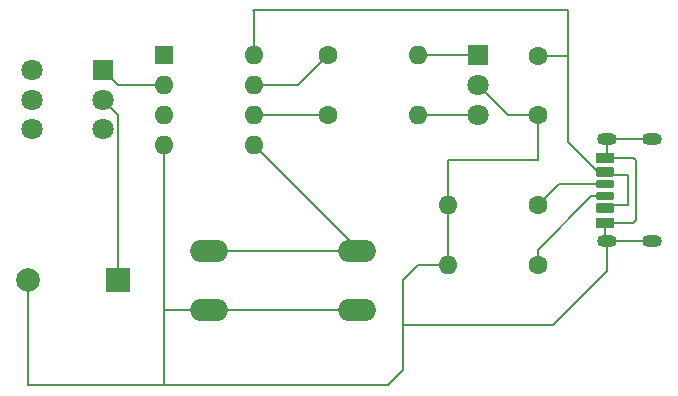
<source format=gtl>
%TF.GenerationSoftware,KiCad,Pcbnew,8.0.8*%
%TF.CreationDate,2025-02-03T23:06:03+05:30*%
%TF.ProjectId,pomodoro_timer,706f6d6f-646f-4726-9f5f-74696d65722e,rev?*%
%TF.SameCoordinates,Original*%
%TF.FileFunction,Copper,L1,Top*%
%TF.FilePolarity,Positive*%
%FSLAX46Y46*%
G04 Gerber Fmt 4.6, Leading zero omitted, Abs format (unit mm)*
G04 Created by KiCad (PCBNEW 8.0.8) date 2025-02-03 23:06:03*
%MOMM*%
%LPD*%
G01*
G04 APERTURE LIST*
G04 Aperture macros list*
%AMRoundRect*
0 Rectangle with rounded corners*
0 $1 Rounding radius*
0 $2 $3 $4 $5 $6 $7 $8 $9 X,Y pos of 4 corners*
0 Add a 4 corners polygon primitive as box body*
4,1,4,$2,$3,$4,$5,$6,$7,$8,$9,$2,$3,0*
0 Add four circle primitives for the rounded corners*
1,1,$1+$1,$2,$3*
1,1,$1+$1,$4,$5*
1,1,$1+$1,$6,$7*
1,1,$1+$1,$8,$9*
0 Add four rect primitives between the rounded corners*
20,1,$1+$1,$2,$3,$4,$5,0*
20,1,$1+$1,$4,$5,$6,$7,0*
20,1,$1+$1,$6,$7,$8,$9,0*
20,1,$1+$1,$8,$9,$2,$3,0*%
G04 Aperture macros list end*
%TA.AperFunction,ComponentPad*%
%ADD10R,1.600000X1.600000*%
%TD*%
%TA.AperFunction,ComponentPad*%
%ADD11O,1.600000X1.600000*%
%TD*%
%TA.AperFunction,ComponentPad*%
%ADD12R,1.800000X1.800000*%
%TD*%
%TA.AperFunction,ComponentPad*%
%ADD13C,1.800000*%
%TD*%
%TA.AperFunction,ComponentPad*%
%ADD14C,1.600000*%
%TD*%
%TA.AperFunction,ComponentPad*%
%ADD15O,3.200000X1.900000*%
%TD*%
%TA.AperFunction,ComponentPad*%
%ADD16R,2.000000X2.000000*%
%TD*%
%TA.AperFunction,ComponentPad*%
%ADD17C,2.000000*%
%TD*%
%TA.AperFunction,SMDPad,CuDef*%
%ADD18RoundRect,0.175000X0.625000X-0.175000X0.625000X0.175000X-0.625000X0.175000X-0.625000X-0.175000X0*%
%TD*%
%TA.AperFunction,SMDPad,CuDef*%
%ADD19RoundRect,0.200000X0.600000X-0.200000X0.600000X0.200000X-0.600000X0.200000X-0.600000X-0.200000X0*%
%TD*%
%TA.AperFunction,SMDPad,CuDef*%
%ADD20RoundRect,0.225000X0.575000X-0.225000X0.575000X0.225000X-0.575000X0.225000X-0.575000X-0.225000X0*%
%TD*%
%TA.AperFunction,HeatsinkPad*%
%ADD21O,1.700000X1.000000*%
%TD*%
%TA.AperFunction,Conductor*%
%ADD22C,0.200000*%
%TD*%
G04 APERTURE END LIST*
D10*
%TO.P,U1,1,~{RESET}/PB5*%
%TO.N,unconnected-(U1-~{RESET}{slash}PB5-Pad1)*%
X101700000Y-68580000D03*
D11*
%TO.P,U1,2,XTAL1/PB3*%
%TO.N,Net-(SW2-A)*%
X101700000Y-71120000D03*
%TO.P,U1,3,XTAL2/PB4*%
%TO.N,unconnected-(U1-XTAL2{slash}PB4-Pad3)*%
X101700000Y-73660000D03*
%TO.P,U1,4,GND*%
%TO.N,GND*%
X101700000Y-76200000D03*
%TO.P,U1,5,AREF/PB0*%
%TO.N,Net-(U1-AREF{slash}PB0)*%
X109320000Y-76200000D03*
%TO.P,U1,6,PB1*%
%TO.N,Net-(U1-PB1)*%
X109320000Y-73660000D03*
%TO.P,U1,7,PB2*%
%TO.N,Net-(U1-PB2)*%
X109320000Y-71120000D03*
%TO.P,U1,8,VCC*%
%TO.N,VCC*%
X109320000Y-68580000D03*
%TD*%
D12*
%TO.P,SW2,1,A*%
%TO.N,Net-(SW2-A)*%
X96520000Y-69850000D03*
D13*
%TO.P,SW2,2,B*%
%TO.N,Net-(BZ1-+)*%
X96520000Y-72350000D03*
%TO.P,SW2,3*%
%TO.N,N/C*%
X96520000Y-74850000D03*
%TO.P,SW2,4*%
X90520000Y-69850000D03*
%TO.P,SW2,5*%
X90520000Y-72350000D03*
%TO.P,SW2,6*%
X90520000Y-74850000D03*
%TD*%
D14*
%TO.P,CC2_R1,1*%
%TO.N,Net-(J1-CC2)*%
X133350000Y-81280000D03*
D11*
%TO.P,CC2_R1,2*%
%TO.N,GND*%
X125730000Y-81280000D03*
%TD*%
D15*
%TO.P,SW1,1,1*%
%TO.N,Net-(U1-AREF{slash}PB0)*%
X105510000Y-85130000D03*
X118010000Y-85130000D03*
%TO.P,SW1,2,2*%
%TO.N,GND*%
X105510000Y-90130000D03*
X118010000Y-90130000D03*
%TD*%
D14*
%TO.P,LED1_R1,1*%
%TO.N,Net-(U1-PB1)*%
X115570000Y-73660000D03*
D11*
%TO.P,LED1_R1,2*%
%TO.N,Net-(D1-A2)*%
X123190000Y-73660000D03*
%TD*%
D12*
%TO.P,D1,1,A1*%
%TO.N,Net-(D1-A1)*%
X128270000Y-68580000D03*
D13*
%TO.P,D1,2,K*%
%TO.N,GND*%
X128270000Y-71120000D03*
%TO.P,D1,3,A2*%
%TO.N,Net-(D1-A2)*%
X128270000Y-73660000D03*
%TD*%
D14*
%TO.P,C1,1*%
%TO.N,VCC*%
X133350000Y-68660000D03*
%TO.P,C1,2*%
%TO.N,GND*%
X133350000Y-73660000D03*
%TD*%
%TO.P,LED2_R1,1*%
%TO.N,Net-(U1-PB2)*%
X115570000Y-68580000D03*
D11*
%TO.P,LED2_R1,2*%
%TO.N,Net-(D1-A1)*%
X123190000Y-68580000D03*
%TD*%
D14*
%TO.P,CC1_R1,1*%
%TO.N,Net-(J1-CC1)*%
X133350000Y-86360000D03*
D11*
%TO.P,CC1_R1,2*%
%TO.N,GND*%
X125730000Y-86360000D03*
%TD*%
D16*
%TO.P,BZ1,1,+*%
%TO.N,Net-(BZ1-+)*%
X97780000Y-87630000D03*
D17*
%TO.P,BZ1,2,-*%
%TO.N,GND*%
X90180000Y-87630000D03*
%TD*%
D18*
%TO.P,J1,A5,CC1*%
%TO.N,Net-(J1-CC1)*%
X139060000Y-80510000D03*
D19*
%TO.P,J1,A9,VBUS*%
%TO.N,VCC*%
X139060000Y-78490000D03*
D20*
%TO.P,J1,A12,GND*%
%TO.N,GND*%
X139060000Y-77260000D03*
D18*
%TO.P,J1,B5,CC2*%
%TO.N,Net-(J1-CC2)*%
X139060000Y-79510000D03*
D19*
%TO.P,J1,B9,VBUS*%
%TO.N,VCC*%
X139060000Y-81530000D03*
D20*
%TO.P,J1,B12,GND*%
%TO.N,GND*%
X139060000Y-82760000D03*
D21*
%TO.P,J1,S1,SHIELD*%
X139240000Y-84330000D03*
X143040000Y-84330000D03*
X139240000Y-75690000D03*
X143040000Y-75690000D03*
%TD*%
D22*
%TO.N,GND*%
X139060000Y-84150000D02*
X139240000Y-84330000D01*
X139060000Y-82760000D02*
X139060000Y-84150000D01*
X139240000Y-77080000D02*
X139060000Y-77260000D01*
X139240000Y-75690000D02*
X139240000Y-77080000D01*
%TO.N,Net-(U1-PB2)*%
X113030000Y-71120000D02*
X115570000Y-68580000D01*
X109320000Y-71120000D02*
X113030000Y-71120000D01*
%TO.N,GND*%
X141430000Y-82760000D02*
X139060000Y-82760000D01*
X141640000Y-77470000D02*
X141640000Y-82550000D01*
X141430000Y-77260000D02*
X141640000Y-77470000D01*
X141640000Y-82550000D02*
X141430000Y-82760000D01*
X139060000Y-77260000D02*
X141430000Y-77260000D01*
%TO.N,Net-(U1-AREF{slash}PB0)*%
X118010000Y-85130000D02*
X105510000Y-85130000D01*
%TO.N,GND*%
X118010000Y-90130000D02*
X105510000Y-90130000D01*
X101740000Y-90130000D02*
X101700000Y-90170000D01*
X105510000Y-90130000D02*
X101740000Y-90130000D01*
X101700000Y-90170000D02*
X101700000Y-96420000D01*
X101700000Y-76200000D02*
X101700000Y-90170000D01*
%TO.N,Net-(U1-AREF{slash}PB0)*%
X118010000Y-84890000D02*
X118010000Y-85130000D01*
X109320000Y-76200000D02*
X118010000Y-84890000D01*
%TO.N,Net-(BZ1-+)*%
X97780000Y-73610000D02*
X97780000Y-87630000D01*
X96520000Y-72350000D02*
X97780000Y-73610000D01*
%TO.N,GND*%
X90180000Y-87630000D02*
X90180000Y-96510000D01*
X134620000Y-91440000D02*
X121920000Y-91440000D01*
X133350000Y-77470000D02*
X125730000Y-77470000D01*
X90180000Y-96510000D02*
X90170000Y-96520000D01*
X121920000Y-91440000D02*
X121920000Y-87630000D01*
X120650000Y-96520000D02*
X121920000Y-95250000D01*
X133350000Y-73660000D02*
X130810000Y-73660000D01*
X121920000Y-87630000D02*
X123190000Y-86360000D01*
X101600000Y-96520000D02*
X101700000Y-96420000D01*
X133350000Y-73660000D02*
X133350000Y-77470000D01*
X139240000Y-84330000D02*
X139240000Y-86820000D01*
X121920000Y-95250000D02*
X121920000Y-91440000D01*
X101600000Y-96520000D02*
X120650000Y-96520000D01*
X123190000Y-86360000D02*
X125730000Y-86360000D01*
X130810000Y-73660000D02*
X128270000Y-71120000D01*
X139240000Y-86820000D02*
X134620000Y-91440000D01*
X125730000Y-77470000D02*
X125730000Y-81280000D01*
X90170000Y-96520000D02*
X101600000Y-96520000D01*
X125730000Y-81280000D02*
X125730000Y-86360000D01*
%TO.N,VCC*%
X140970000Y-78740000D02*
X140970000Y-81280000D01*
X135890000Y-75950000D02*
X135890000Y-68580000D01*
X139516602Y-78490000D02*
X139766602Y-78740000D01*
X139060000Y-78490000D02*
X138430000Y-78490000D01*
X109320000Y-64870000D02*
X109320000Y-68590000D01*
X139060000Y-78490000D02*
X139516602Y-78490000D01*
X135890000Y-64770000D02*
X109220000Y-64770000D01*
X139766602Y-78740000D02*
X140970000Y-78740000D01*
X135810000Y-68660000D02*
X135890000Y-68580000D01*
X133350000Y-68660000D02*
X135810000Y-68660000D01*
X139310000Y-81280000D02*
X139060000Y-81530000D01*
X135890000Y-68580000D02*
X135890000Y-64770000D01*
X109220000Y-64770000D02*
X109320000Y-64870000D01*
X135890000Y-75950000D02*
X138430000Y-78490000D01*
X140970000Y-81280000D02*
X139310000Y-81280000D01*
%TO.N,Net-(J1-CC1)*%
X139060000Y-80510000D02*
X137883398Y-80510000D01*
X137883398Y-80510000D02*
X133350000Y-85043398D01*
X133350000Y-85043398D02*
X133350000Y-86360000D01*
%TO.N,Net-(J1-CC2)*%
X135120000Y-79510000D02*
X133350000Y-81280000D01*
X139060000Y-79510000D02*
X135120000Y-79510000D01*
%TO.N,Net-(D1-A1)*%
X123190000Y-68580000D02*
X128270000Y-68580000D01*
%TO.N,Net-(D1-A2)*%
X123190000Y-73660000D02*
X128270000Y-73660000D01*
%TO.N,Net-(U1-PB1)*%
X109320000Y-73670000D02*
X115560000Y-73670000D01*
X115560000Y-73670000D02*
X115570000Y-73660000D01*
%TO.N,Net-(SW2-A)*%
X97800000Y-71130000D02*
X96520000Y-69850000D01*
X101700000Y-71130000D02*
X97800000Y-71130000D01*
%TO.N,GND*%
X139240000Y-84330000D02*
X143040000Y-84330000D01*
X139240000Y-75690000D02*
X143040000Y-75690000D01*
%TD*%
M02*

</source>
